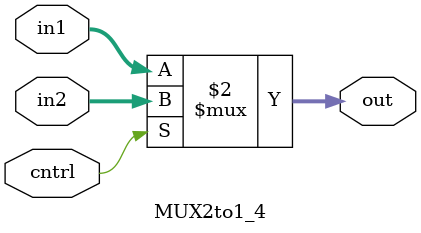
<source format=v>
module MUX2to1_4(cntrl,in1,in2,out);
input cntrl;
input [3:0] in1,in2;
output [3:0] out;
assign out = (cntrl == 1) ? in2 : in1;
endmodule

</source>
